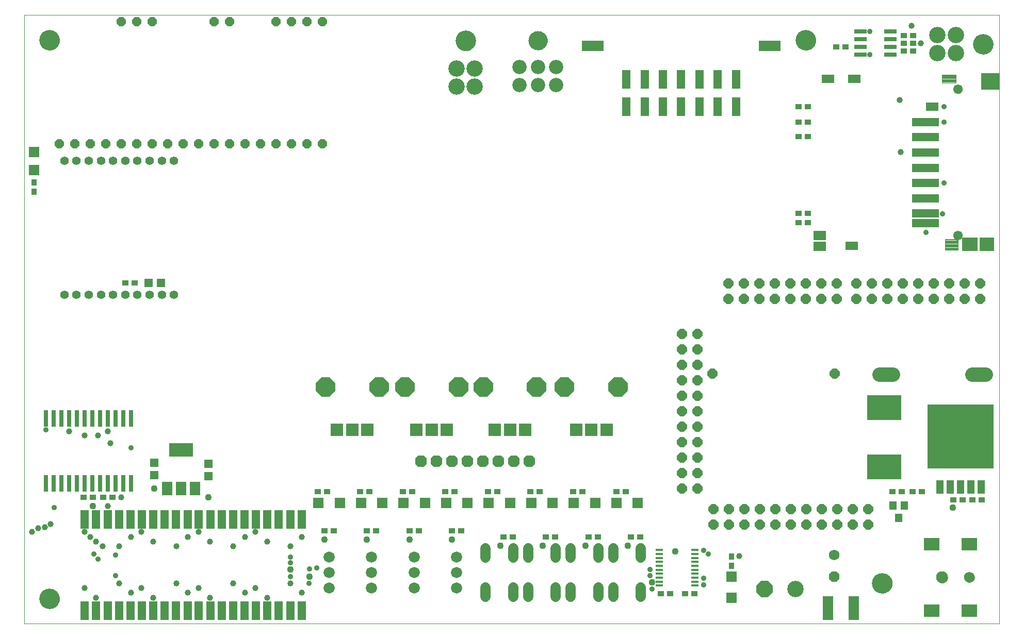
<source format=gts>
G75*
G70*
%OFA0B0*%
%FSLAX24Y24*%
%IPPOS*%
%LPD*%
%AMOC8*
5,1,8,0,0,1.08239X$1,22.5*
%
%ADD10C,0.0000*%
%ADD11OC8,0.0651*%
%ADD12R,0.0926X0.0887*%
%ADD13R,0.1005X0.0887*%
%ADD14R,0.1202X0.1084*%
%ADD15R,0.0808X0.0572*%
%ADD16R,0.0828X0.0611*%
%ADD17R,0.1753X0.0532*%
%ADD18R,0.0847X0.0532*%
%ADD19C,0.0611*%
%ADD20C,0.0040*%
%ADD21R,0.0414X0.0375*%
%ADD22R,0.0651X0.0651*%
%ADD23R,0.0840X0.0270*%
%ADD24C,0.1060*%
%ADD25C,0.1320*%
%ADD26R,0.0375X0.0414*%
%ADD27R,0.1005X0.0847*%
%ADD28C,0.0690*%
%ADD29C,0.0769*%
%ADD30C,0.0660*%
%ADD31C,0.0720*%
%ADD32R,0.4312X0.4158*%
%ADD33R,0.0480X0.0910*%
%ADD34R,0.2186X0.1635*%
%ADD35OC8,0.0690*%
%ADD36C,0.0690*%
%ADD37C,0.0945*%
%ADD38OC8,0.1060*%
%ADD39R,0.0651X0.1517*%
%ADD40R,0.0532X0.1241*%
%ADD41R,0.0310X0.1060*%
%ADD42R,0.0650X0.0850*%
%ADD43R,0.1560X0.0850*%
%ADD44R,0.0572X0.0532*%
%ADD45OC8,0.0760*%
%ADD46OC8,0.0591*%
%ADD47C,0.0560*%
%ADD48R,0.0532X0.0572*%
%ADD49R,0.0800X0.0800*%
%ADD50OC8,0.1241*%
%ADD51R,0.0450X0.0180*%
%ADD52R,0.0454X0.0560*%
%ADD53R,0.0560X0.1210*%
%ADD54R,0.1410X0.0710*%
%ADD55C,0.0920*%
%ADD56C,0.1241*%
%ADD57C,0.0397*%
%ADD58C,0.0436*%
%ADD59C,0.0350*%
D10*
X000750Y000400D02*
X000750Y039770D01*
X063742Y039770D01*
X063742Y000400D01*
X000750Y000400D01*
X001745Y002025D02*
X001747Y002075D01*
X001753Y002125D01*
X001763Y002174D01*
X001777Y002222D01*
X001794Y002269D01*
X001815Y002314D01*
X001840Y002358D01*
X001868Y002399D01*
X001900Y002438D01*
X001934Y002475D01*
X001971Y002509D01*
X002011Y002539D01*
X002053Y002566D01*
X002097Y002590D01*
X002143Y002611D01*
X002190Y002627D01*
X002238Y002640D01*
X002288Y002649D01*
X002337Y002654D01*
X002388Y002655D01*
X002438Y002652D01*
X002487Y002645D01*
X002536Y002634D01*
X002584Y002619D01*
X002630Y002601D01*
X002675Y002579D01*
X002718Y002553D01*
X002759Y002524D01*
X002798Y002492D01*
X002834Y002457D01*
X002866Y002419D01*
X002896Y002379D01*
X002923Y002336D01*
X002946Y002292D01*
X002965Y002246D01*
X002981Y002198D01*
X002993Y002149D01*
X003001Y002100D01*
X003005Y002050D01*
X003005Y002000D01*
X003001Y001950D01*
X002993Y001901D01*
X002981Y001852D01*
X002965Y001804D01*
X002946Y001758D01*
X002923Y001714D01*
X002896Y001671D01*
X002866Y001631D01*
X002834Y001593D01*
X002798Y001558D01*
X002759Y001526D01*
X002718Y001497D01*
X002675Y001471D01*
X002630Y001449D01*
X002584Y001431D01*
X002536Y001416D01*
X002487Y001405D01*
X002438Y001398D01*
X002388Y001395D01*
X002337Y001396D01*
X002288Y001401D01*
X002238Y001410D01*
X002190Y001423D01*
X002143Y001439D01*
X002097Y001460D01*
X002053Y001484D01*
X002011Y001511D01*
X001971Y001541D01*
X001934Y001575D01*
X001900Y001612D01*
X001868Y001651D01*
X001840Y001692D01*
X001815Y001736D01*
X001794Y001781D01*
X001777Y001828D01*
X001763Y001876D01*
X001753Y001925D01*
X001747Y001975D01*
X001745Y002025D01*
X055558Y003025D02*
X055560Y003075D01*
X055566Y003125D01*
X055576Y003174D01*
X055590Y003222D01*
X055607Y003269D01*
X055628Y003314D01*
X055653Y003358D01*
X055681Y003399D01*
X055713Y003438D01*
X055747Y003475D01*
X055784Y003509D01*
X055824Y003539D01*
X055866Y003566D01*
X055910Y003590D01*
X055956Y003611D01*
X056003Y003627D01*
X056051Y003640D01*
X056101Y003649D01*
X056150Y003654D01*
X056201Y003655D01*
X056251Y003652D01*
X056300Y003645D01*
X056349Y003634D01*
X056397Y003619D01*
X056443Y003601D01*
X056488Y003579D01*
X056531Y003553D01*
X056572Y003524D01*
X056611Y003492D01*
X056647Y003457D01*
X056679Y003419D01*
X056709Y003379D01*
X056736Y003336D01*
X056759Y003292D01*
X056778Y003246D01*
X056794Y003198D01*
X056806Y003149D01*
X056814Y003100D01*
X056818Y003050D01*
X056818Y003000D01*
X056814Y002950D01*
X056806Y002901D01*
X056794Y002852D01*
X056778Y002804D01*
X056759Y002758D01*
X056736Y002714D01*
X056709Y002671D01*
X056679Y002631D01*
X056647Y002593D01*
X056611Y002558D01*
X056572Y002526D01*
X056531Y002497D01*
X056488Y002471D01*
X056443Y002449D01*
X056397Y002431D01*
X056349Y002416D01*
X056300Y002405D01*
X056251Y002398D01*
X056201Y002395D01*
X056150Y002396D01*
X056101Y002401D01*
X056051Y002410D01*
X056003Y002423D01*
X055956Y002439D01*
X055910Y002460D01*
X055866Y002484D01*
X055824Y002511D01*
X055784Y002541D01*
X055747Y002575D01*
X055713Y002612D01*
X055681Y002651D01*
X055653Y002692D01*
X055628Y002736D01*
X055607Y002781D01*
X055590Y002828D01*
X055576Y002876D01*
X055566Y002925D01*
X055560Y002975D01*
X055558Y003025D01*
X059687Y003400D02*
X059689Y003437D01*
X059695Y003474D01*
X059704Y003509D01*
X059718Y003544D01*
X059734Y003577D01*
X059755Y003608D01*
X059778Y003637D01*
X059804Y003663D01*
X059833Y003686D01*
X059864Y003707D01*
X059897Y003723D01*
X059932Y003737D01*
X059967Y003746D01*
X060004Y003752D01*
X060041Y003754D01*
X060078Y003752D01*
X060115Y003746D01*
X060150Y003737D01*
X060185Y003723D01*
X060218Y003707D01*
X060249Y003686D01*
X060278Y003663D01*
X060304Y003637D01*
X060327Y003608D01*
X060348Y003577D01*
X060364Y003544D01*
X060378Y003509D01*
X060387Y003474D01*
X060393Y003437D01*
X060395Y003400D01*
X060393Y003363D01*
X060387Y003326D01*
X060378Y003291D01*
X060364Y003256D01*
X060348Y003223D01*
X060327Y003192D01*
X060304Y003163D01*
X060278Y003137D01*
X060249Y003114D01*
X060218Y003093D01*
X060185Y003077D01*
X060150Y003063D01*
X060115Y003054D01*
X060078Y003048D01*
X060041Y003046D01*
X060004Y003048D01*
X059967Y003054D01*
X059932Y003063D01*
X059897Y003077D01*
X059864Y003093D01*
X059833Y003114D01*
X059804Y003137D01*
X059778Y003163D01*
X059755Y003192D01*
X059734Y003223D01*
X059718Y003256D01*
X059704Y003291D01*
X059695Y003326D01*
X059689Y003363D01*
X059687Y003400D01*
X061498Y003400D02*
X061500Y003435D01*
X061506Y003470D01*
X061516Y003504D01*
X061529Y003537D01*
X061546Y003568D01*
X061567Y003596D01*
X061590Y003623D01*
X061617Y003646D01*
X061645Y003667D01*
X061676Y003684D01*
X061709Y003697D01*
X061743Y003707D01*
X061778Y003713D01*
X061813Y003715D01*
X061848Y003713D01*
X061883Y003707D01*
X061917Y003697D01*
X061950Y003684D01*
X061981Y003667D01*
X062009Y003646D01*
X062036Y003623D01*
X062059Y003596D01*
X062080Y003568D01*
X062097Y003537D01*
X062110Y003504D01*
X062120Y003470D01*
X062126Y003435D01*
X062128Y003400D01*
X062126Y003365D01*
X062120Y003330D01*
X062110Y003296D01*
X062097Y003263D01*
X062080Y003232D01*
X062059Y003204D01*
X062036Y003177D01*
X062009Y003154D01*
X061981Y003133D01*
X061950Y003116D01*
X061917Y003103D01*
X061883Y003093D01*
X061848Y003087D01*
X061813Y003085D01*
X061778Y003087D01*
X061743Y003093D01*
X061709Y003103D01*
X061676Y003116D01*
X061645Y003133D01*
X061617Y003154D01*
X061590Y003177D01*
X061567Y003204D01*
X061546Y003232D01*
X061529Y003263D01*
X061516Y003296D01*
X061506Y003330D01*
X061500Y003365D01*
X061498Y003400D01*
X060787Y025527D02*
X060789Y025560D01*
X060795Y025592D01*
X060804Y025623D01*
X060817Y025653D01*
X060834Y025681D01*
X060854Y025707D01*
X060877Y025731D01*
X060902Y025751D01*
X060930Y025769D01*
X060959Y025783D01*
X060990Y025793D01*
X061022Y025800D01*
X061055Y025803D01*
X061088Y025802D01*
X061120Y025797D01*
X061151Y025788D01*
X061182Y025776D01*
X061210Y025760D01*
X061237Y025741D01*
X061261Y025719D01*
X061282Y025694D01*
X061301Y025667D01*
X061316Y025638D01*
X061327Y025608D01*
X061335Y025576D01*
X061339Y025543D01*
X061339Y025511D01*
X061335Y025478D01*
X061327Y025446D01*
X061316Y025416D01*
X061301Y025387D01*
X061282Y025360D01*
X061261Y025335D01*
X061237Y025313D01*
X061210Y025294D01*
X061182Y025278D01*
X061151Y025266D01*
X061120Y025257D01*
X061088Y025252D01*
X061055Y025251D01*
X061022Y025254D01*
X060990Y025261D01*
X060959Y025271D01*
X060930Y025285D01*
X060902Y025303D01*
X060877Y025323D01*
X060854Y025347D01*
X060834Y025373D01*
X060817Y025401D01*
X060804Y025431D01*
X060795Y025462D01*
X060789Y025494D01*
X060787Y025527D01*
X060787Y034976D02*
X060789Y035009D01*
X060795Y035041D01*
X060804Y035072D01*
X060817Y035102D01*
X060834Y035130D01*
X060854Y035156D01*
X060877Y035180D01*
X060902Y035200D01*
X060930Y035218D01*
X060959Y035232D01*
X060990Y035242D01*
X061022Y035249D01*
X061055Y035252D01*
X061088Y035251D01*
X061120Y035246D01*
X061151Y035237D01*
X061182Y035225D01*
X061210Y035209D01*
X061237Y035190D01*
X061261Y035168D01*
X061282Y035143D01*
X061301Y035116D01*
X061316Y035087D01*
X061327Y035057D01*
X061335Y035025D01*
X061339Y034992D01*
X061339Y034960D01*
X061335Y034927D01*
X061327Y034895D01*
X061316Y034865D01*
X061301Y034836D01*
X061282Y034809D01*
X061261Y034784D01*
X061237Y034762D01*
X061210Y034743D01*
X061182Y034727D01*
X061151Y034715D01*
X061120Y034706D01*
X061088Y034701D01*
X061055Y034700D01*
X061022Y034703D01*
X060990Y034710D01*
X060959Y034720D01*
X060930Y034734D01*
X060902Y034752D01*
X060877Y034772D01*
X060854Y034796D01*
X060834Y034822D01*
X060817Y034850D01*
X060804Y034880D01*
X060795Y034911D01*
X060789Y034943D01*
X060787Y034976D01*
X062073Y037891D02*
X062075Y037941D01*
X062081Y037991D01*
X062091Y038040D01*
X062105Y038088D01*
X062122Y038135D01*
X062143Y038180D01*
X062168Y038224D01*
X062196Y038265D01*
X062228Y038304D01*
X062262Y038341D01*
X062299Y038375D01*
X062339Y038405D01*
X062381Y038432D01*
X062425Y038456D01*
X062471Y038477D01*
X062518Y038493D01*
X062566Y038506D01*
X062616Y038515D01*
X062665Y038520D01*
X062716Y038521D01*
X062766Y038518D01*
X062815Y038511D01*
X062864Y038500D01*
X062912Y038485D01*
X062958Y038467D01*
X063003Y038445D01*
X063046Y038419D01*
X063087Y038390D01*
X063126Y038358D01*
X063162Y038323D01*
X063194Y038285D01*
X063224Y038245D01*
X063251Y038202D01*
X063274Y038158D01*
X063293Y038112D01*
X063309Y038064D01*
X063321Y038015D01*
X063329Y037966D01*
X063333Y037916D01*
X063333Y037866D01*
X063329Y037816D01*
X063321Y037767D01*
X063309Y037718D01*
X063293Y037670D01*
X063274Y037624D01*
X063251Y037580D01*
X063224Y037537D01*
X063194Y037497D01*
X063162Y037459D01*
X063126Y037424D01*
X063087Y037392D01*
X063046Y037363D01*
X063003Y037337D01*
X062958Y037315D01*
X062912Y037297D01*
X062864Y037282D01*
X062815Y037271D01*
X062766Y037264D01*
X062716Y037261D01*
X062665Y037262D01*
X062616Y037267D01*
X062566Y037276D01*
X062518Y037289D01*
X062471Y037305D01*
X062425Y037326D01*
X062381Y037350D01*
X062339Y037377D01*
X062299Y037407D01*
X062262Y037441D01*
X062228Y037478D01*
X062196Y037517D01*
X062168Y037558D01*
X062143Y037602D01*
X062122Y037647D01*
X062105Y037694D01*
X062091Y037742D01*
X062081Y037791D01*
X062075Y037841D01*
X062073Y037891D01*
X050620Y038150D02*
X050622Y038200D01*
X050628Y038250D01*
X050638Y038299D01*
X050652Y038347D01*
X050669Y038394D01*
X050690Y038439D01*
X050715Y038483D01*
X050743Y038524D01*
X050775Y038563D01*
X050809Y038600D01*
X050846Y038634D01*
X050886Y038664D01*
X050928Y038691D01*
X050972Y038715D01*
X051018Y038736D01*
X051065Y038752D01*
X051113Y038765D01*
X051163Y038774D01*
X051212Y038779D01*
X051263Y038780D01*
X051313Y038777D01*
X051362Y038770D01*
X051411Y038759D01*
X051459Y038744D01*
X051505Y038726D01*
X051550Y038704D01*
X051593Y038678D01*
X051634Y038649D01*
X051673Y038617D01*
X051709Y038582D01*
X051741Y038544D01*
X051771Y038504D01*
X051798Y038461D01*
X051821Y038417D01*
X051840Y038371D01*
X051856Y038323D01*
X051868Y038274D01*
X051876Y038225D01*
X051880Y038175D01*
X051880Y038125D01*
X051876Y038075D01*
X051868Y038026D01*
X051856Y037977D01*
X051840Y037929D01*
X051821Y037883D01*
X051798Y037839D01*
X051771Y037796D01*
X051741Y037756D01*
X051709Y037718D01*
X051673Y037683D01*
X051634Y037651D01*
X051593Y037622D01*
X051550Y037596D01*
X051505Y037574D01*
X051459Y037556D01*
X051411Y037541D01*
X051362Y037530D01*
X051313Y037523D01*
X051263Y037520D01*
X051212Y037521D01*
X051163Y037526D01*
X051113Y037535D01*
X051065Y037548D01*
X051018Y037564D01*
X050972Y037585D01*
X050928Y037609D01*
X050886Y037636D01*
X050846Y037666D01*
X050809Y037700D01*
X050775Y037737D01*
X050743Y037776D01*
X050715Y037817D01*
X050690Y037861D01*
X050669Y037906D01*
X050652Y037953D01*
X050638Y038001D01*
X050628Y038050D01*
X050622Y038100D01*
X050620Y038150D01*
X033347Y038121D02*
X033349Y038169D01*
X033355Y038217D01*
X033365Y038264D01*
X033378Y038310D01*
X033396Y038355D01*
X033416Y038399D01*
X033441Y038441D01*
X033469Y038480D01*
X033499Y038517D01*
X033533Y038551D01*
X033570Y038583D01*
X033608Y038612D01*
X033649Y038637D01*
X033692Y038659D01*
X033737Y038677D01*
X033783Y038691D01*
X033830Y038702D01*
X033878Y038709D01*
X033926Y038712D01*
X033974Y038711D01*
X034022Y038706D01*
X034070Y038697D01*
X034116Y038685D01*
X034161Y038668D01*
X034205Y038648D01*
X034247Y038625D01*
X034287Y038598D01*
X034325Y038568D01*
X034360Y038535D01*
X034392Y038499D01*
X034422Y038461D01*
X034448Y038420D01*
X034470Y038377D01*
X034490Y038333D01*
X034505Y038288D01*
X034517Y038241D01*
X034525Y038193D01*
X034529Y038145D01*
X034529Y038097D01*
X034525Y038049D01*
X034517Y038001D01*
X034505Y037954D01*
X034490Y037909D01*
X034470Y037865D01*
X034448Y037822D01*
X034422Y037781D01*
X034392Y037743D01*
X034360Y037707D01*
X034325Y037674D01*
X034287Y037644D01*
X034247Y037617D01*
X034205Y037594D01*
X034161Y037574D01*
X034116Y037557D01*
X034070Y037545D01*
X034022Y037536D01*
X033974Y037531D01*
X033926Y037530D01*
X033878Y037533D01*
X033830Y037540D01*
X033783Y037551D01*
X033737Y037565D01*
X033692Y037583D01*
X033649Y037605D01*
X033608Y037630D01*
X033570Y037659D01*
X033533Y037691D01*
X033499Y037725D01*
X033469Y037762D01*
X033441Y037801D01*
X033416Y037843D01*
X033396Y037887D01*
X033378Y037932D01*
X033365Y037978D01*
X033355Y038025D01*
X033349Y038073D01*
X033347Y038121D01*
X028629Y038103D02*
X028631Y038153D01*
X028637Y038203D01*
X028647Y038252D01*
X028661Y038300D01*
X028678Y038347D01*
X028699Y038392D01*
X028724Y038436D01*
X028752Y038477D01*
X028784Y038516D01*
X028818Y038553D01*
X028855Y038587D01*
X028895Y038617D01*
X028937Y038644D01*
X028981Y038668D01*
X029027Y038689D01*
X029074Y038705D01*
X029122Y038718D01*
X029172Y038727D01*
X029221Y038732D01*
X029272Y038733D01*
X029322Y038730D01*
X029371Y038723D01*
X029420Y038712D01*
X029468Y038697D01*
X029514Y038679D01*
X029559Y038657D01*
X029602Y038631D01*
X029643Y038602D01*
X029682Y038570D01*
X029718Y038535D01*
X029750Y038497D01*
X029780Y038457D01*
X029807Y038414D01*
X029830Y038370D01*
X029849Y038324D01*
X029865Y038276D01*
X029877Y038227D01*
X029885Y038178D01*
X029889Y038128D01*
X029889Y038078D01*
X029885Y038028D01*
X029877Y037979D01*
X029865Y037930D01*
X029849Y037882D01*
X029830Y037836D01*
X029807Y037792D01*
X029780Y037749D01*
X029750Y037709D01*
X029718Y037671D01*
X029682Y037636D01*
X029643Y037604D01*
X029602Y037575D01*
X029559Y037549D01*
X029514Y037527D01*
X029468Y037509D01*
X029420Y037494D01*
X029371Y037483D01*
X029322Y037476D01*
X029272Y037473D01*
X029221Y037474D01*
X029172Y037479D01*
X029122Y037488D01*
X029074Y037501D01*
X029027Y037517D01*
X028981Y037538D01*
X028937Y037562D01*
X028895Y037589D01*
X028855Y037619D01*
X028818Y037653D01*
X028784Y037690D01*
X028752Y037729D01*
X028724Y037770D01*
X028699Y037814D01*
X028678Y037859D01*
X028661Y037906D01*
X028647Y037954D01*
X028637Y038003D01*
X028631Y038053D01*
X028629Y038103D01*
X001745Y038150D02*
X001747Y038200D01*
X001753Y038250D01*
X001763Y038299D01*
X001777Y038347D01*
X001794Y038394D01*
X001815Y038439D01*
X001840Y038483D01*
X001868Y038524D01*
X001900Y038563D01*
X001934Y038600D01*
X001971Y038634D01*
X002011Y038664D01*
X002053Y038691D01*
X002097Y038715D01*
X002143Y038736D01*
X002190Y038752D01*
X002238Y038765D01*
X002288Y038774D01*
X002337Y038779D01*
X002388Y038780D01*
X002438Y038777D01*
X002487Y038770D01*
X002536Y038759D01*
X002584Y038744D01*
X002630Y038726D01*
X002675Y038704D01*
X002718Y038678D01*
X002759Y038649D01*
X002798Y038617D01*
X002834Y038582D01*
X002866Y038544D01*
X002896Y038504D01*
X002923Y038461D01*
X002946Y038417D01*
X002965Y038371D01*
X002981Y038323D01*
X002993Y038274D01*
X003001Y038225D01*
X003005Y038175D01*
X003005Y038125D01*
X003001Y038075D01*
X002993Y038026D01*
X002981Y037977D01*
X002965Y037929D01*
X002946Y037883D01*
X002923Y037839D01*
X002896Y037796D01*
X002866Y037756D01*
X002834Y037718D01*
X002798Y037683D01*
X002759Y037651D01*
X002718Y037622D01*
X002675Y037596D01*
X002630Y037574D01*
X002584Y037556D01*
X002536Y037541D01*
X002487Y037530D01*
X002438Y037523D01*
X002388Y037520D01*
X002337Y037521D01*
X002288Y037526D01*
X002238Y037535D01*
X002190Y037548D01*
X002143Y037564D01*
X002097Y037585D01*
X002053Y037609D01*
X002011Y037636D01*
X001971Y037666D01*
X001934Y037700D01*
X001900Y037737D01*
X001868Y037776D01*
X001840Y037817D01*
X001815Y037861D01*
X001794Y037906D01*
X001777Y037953D01*
X001763Y038001D01*
X001753Y038050D01*
X001747Y038100D01*
X001745Y038150D01*
D11*
X043250Y019150D03*
X043250Y018150D03*
X044250Y018150D03*
X044250Y019150D03*
X044250Y017150D03*
X045223Y016575D03*
X044250Y016150D03*
X044250Y015150D03*
X043250Y015150D03*
X043250Y016150D03*
X043250Y017150D03*
X043250Y014150D03*
X043250Y013150D03*
X044250Y013150D03*
X044250Y014150D03*
X044250Y012150D03*
X044250Y011150D03*
X043250Y011150D03*
X043250Y012150D03*
X043250Y010150D03*
X043250Y009150D03*
X044250Y009150D03*
X044250Y010150D03*
X045288Y007813D03*
X046288Y007813D03*
X047288Y007813D03*
X048288Y007813D03*
X049288Y007813D03*
X050288Y007813D03*
X051288Y007813D03*
X052288Y007813D03*
X053288Y007813D03*
X054288Y007813D03*
X055288Y007813D03*
X055288Y006813D03*
X054288Y006813D03*
X053288Y006813D03*
X052288Y006813D03*
X051288Y006813D03*
X050288Y006813D03*
X049288Y006813D03*
X048288Y006813D03*
X047288Y006813D03*
X046288Y006813D03*
X045288Y006813D03*
X053097Y016575D03*
X053244Y021427D03*
X052244Y021427D03*
X052244Y022427D03*
X053244Y022427D03*
X054500Y022425D03*
X055500Y022425D03*
X055500Y021425D03*
X054500Y021425D03*
X056500Y021425D03*
X057500Y021425D03*
X057500Y022425D03*
X056500Y022425D03*
X058500Y022425D03*
X059500Y022425D03*
X059500Y021425D03*
X058500Y021425D03*
X060500Y021425D03*
X061500Y021425D03*
X061500Y022425D03*
X060500Y022425D03*
X062500Y022425D03*
X062500Y021425D03*
X051244Y021427D03*
X050244Y021427D03*
X050244Y022427D03*
X051244Y022427D03*
X049244Y022427D03*
X048244Y022427D03*
X047244Y022427D03*
X046244Y022427D03*
X046244Y021427D03*
X047244Y021427D03*
X048244Y021427D03*
X049244Y021427D03*
D12*
X062933Y024937D03*
D13*
X061850Y024937D03*
D14*
X063169Y035488D03*
D15*
X054389Y035646D03*
X052677Y035646D03*
X054212Y024858D03*
D16*
X052125Y024819D03*
X052125Y025527D03*
D17*
X058966Y026305D03*
X058966Y026945D03*
X058966Y027929D03*
X058966Y028913D03*
X058966Y029898D03*
X058966Y030882D03*
X058966Y031866D03*
X058966Y032850D03*
D18*
X059419Y033835D03*
D19*
X061063Y034976D03*
X061063Y025527D03*
D20*
X060937Y025233D02*
X060236Y025233D01*
X060236Y025271D02*
X060865Y025271D01*
X060846Y025281D02*
X060994Y025203D01*
X061063Y025203D01*
X061063Y024592D01*
X060236Y024592D01*
X060236Y025281D01*
X060846Y025281D01*
X061063Y025194D02*
X060236Y025194D01*
X060236Y025156D02*
X061063Y025156D01*
X061063Y025117D02*
X060236Y025117D01*
X060236Y025079D02*
X061063Y025079D01*
X061063Y025040D02*
X060236Y025040D01*
X060236Y025002D02*
X061063Y025002D01*
X061063Y024963D02*
X060236Y024963D01*
X060236Y024925D02*
X061063Y024925D01*
X061063Y024886D02*
X060236Y024886D01*
X060236Y024848D02*
X061063Y024848D01*
X061063Y024809D02*
X060236Y024809D01*
X060236Y024771D02*
X061063Y024771D01*
X061063Y024732D02*
X060236Y024732D01*
X060236Y024694D02*
X061063Y024694D01*
X061063Y024655D02*
X060236Y024655D01*
X060236Y024617D02*
X061063Y024617D01*
X060944Y035390D02*
X060039Y035390D01*
X060039Y035901D01*
X060944Y035901D01*
X060944Y035390D01*
X060944Y035397D02*
X060039Y035397D01*
X060039Y035435D02*
X060944Y035435D01*
X060944Y035474D02*
X060039Y035474D01*
X060039Y035512D02*
X060944Y035512D01*
X060944Y035551D02*
X060039Y035551D01*
X060039Y035589D02*
X060944Y035589D01*
X060944Y035628D02*
X060039Y035628D01*
X060039Y035666D02*
X060944Y035666D01*
X060944Y035705D02*
X060039Y035705D01*
X060039Y035743D02*
X060944Y035743D01*
X060944Y035782D02*
X060039Y035782D01*
X060039Y035820D02*
X060944Y035820D01*
X060944Y035859D02*
X060039Y035859D01*
X060039Y035897D02*
X060944Y035897D01*
D21*
X058175Y037463D03*
X058175Y037963D03*
X057575Y037963D03*
X057575Y037463D03*
X057575Y038463D03*
X058175Y038463D03*
X053800Y037713D03*
X053200Y037713D03*
X051363Y033838D03*
X050763Y033838D03*
X050763Y032838D03*
X051363Y032838D03*
X051363Y031900D03*
X050763Y031900D03*
X050763Y026963D03*
X051363Y026963D03*
X051363Y026338D03*
X050763Y026338D03*
X056825Y008963D03*
X057425Y008963D03*
X058138Y008963D03*
X058738Y008963D03*
X060763Y008400D03*
X061363Y008400D03*
X062013Y008400D03*
X062613Y008400D03*
X044050Y002338D03*
X043450Y002338D03*
X042488Y002338D03*
X041888Y002338D03*
X040550Y006025D03*
X039950Y006025D03*
X037800Y006025D03*
X037200Y006025D03*
X035050Y006025D03*
X034450Y006025D03*
X032300Y006025D03*
X031700Y006025D03*
X028988Y006400D03*
X028388Y006400D03*
X026238Y006400D03*
X025638Y006400D03*
X023488Y006400D03*
X022888Y006400D03*
X020738Y006400D03*
X020138Y006400D03*
X020300Y008963D03*
X019700Y008963D03*
X022450Y008963D03*
X023050Y008963D03*
X025200Y008963D03*
X025800Y008963D03*
X027950Y008963D03*
X028550Y008963D03*
X030700Y008963D03*
X031300Y008963D03*
X033450Y008963D03*
X034050Y008963D03*
X036200Y008963D03*
X036800Y008963D03*
X039013Y008963D03*
X039613Y008963D03*
X007863Y022463D03*
X007263Y022463D03*
X006425Y008588D03*
X005825Y008588D03*
X005175Y008588D03*
X004575Y008588D03*
D22*
X019749Y008213D03*
X021126Y008213D03*
X022499Y008213D03*
X023876Y008213D03*
X025249Y008213D03*
X026626Y008213D03*
X027999Y008213D03*
X029376Y008213D03*
X030749Y008213D03*
X032126Y008213D03*
X033499Y008213D03*
X034876Y008213D03*
X036249Y008213D03*
X037626Y008213D03*
X038999Y008213D03*
X040376Y008213D03*
X046438Y003464D03*
X046438Y002086D03*
X001375Y029749D03*
X001375Y030926D03*
D23*
X054780Y037213D03*
X054780Y037713D03*
X054780Y038213D03*
X054780Y038713D03*
X056720Y038713D03*
X056720Y038213D03*
X056720Y037713D03*
X056720Y037213D03*
D24*
X059750Y037300D03*
X060931Y037300D03*
X060931Y038481D03*
X059750Y038481D03*
X029850Y036331D03*
X028669Y036331D03*
X028669Y035150D03*
X029850Y035150D03*
X050563Y002650D03*
D25*
X056188Y003025D03*
X002375Y002025D03*
X002375Y038150D03*
X029259Y038103D03*
X051250Y038150D03*
X062703Y037891D03*
D26*
X046438Y004763D03*
X046438Y004163D03*
X001375Y028350D03*
X001375Y028950D03*
D27*
X059372Y005565D03*
X061813Y005565D03*
X061813Y001235D03*
X059372Y001235D03*
D28*
X061813Y003400D03*
D29*
X060041Y003400D03*
D30*
X040578Y002733D02*
X040578Y002133D01*
X038798Y002133D02*
X038798Y002733D01*
X037828Y002733D02*
X037828Y002133D01*
X036048Y002133D02*
X036048Y002733D01*
X035078Y002733D02*
X035078Y002133D01*
X033298Y002133D02*
X033298Y002733D01*
X032328Y002733D02*
X032328Y002133D01*
X030548Y002133D02*
X030548Y002733D01*
X030548Y004693D02*
X030548Y005293D01*
X032328Y005293D02*
X032328Y004693D01*
X033298Y004693D02*
X033298Y005293D01*
X035078Y005293D02*
X035078Y004693D01*
X036048Y004693D02*
X036048Y005293D01*
X037828Y005293D02*
X037828Y004693D01*
X038798Y004693D02*
X038798Y005293D01*
X040578Y005293D02*
X040578Y004693D01*
D31*
X028688Y004713D03*
X028688Y003713D03*
X028688Y002713D03*
X025938Y002713D03*
X025938Y003713D03*
X025938Y004713D03*
X023188Y004713D03*
X023188Y003713D03*
X023188Y002713D03*
X020438Y002713D03*
X020438Y003713D03*
X020438Y004713D03*
D32*
X061250Y012525D03*
D33*
X061250Y009245D03*
X060580Y009245D03*
X059910Y009245D03*
X061920Y009245D03*
X062590Y009245D03*
D34*
X056313Y010533D03*
X056313Y014392D03*
D35*
X053063Y003450D03*
D36*
X053063Y004850D03*
D37*
X055995Y016525D02*
X056880Y016525D01*
X061995Y016525D02*
X062880Y016525D01*
D38*
X048563Y002650D03*
D39*
X052673Y001400D03*
X054327Y001400D03*
D40*
X018668Y001260D03*
X017928Y001260D03*
X017188Y001260D03*
X016447Y001260D03*
X015707Y001260D03*
X014980Y001260D03*
X014240Y001260D03*
X013500Y001260D03*
X012760Y001260D03*
X012020Y001260D03*
X011293Y001260D03*
X010553Y001260D03*
X009813Y001260D03*
X009072Y001260D03*
X008332Y001260D03*
X007605Y001260D03*
X006865Y001260D03*
X006125Y001260D03*
X005385Y001260D03*
X004645Y001260D03*
X004645Y007165D03*
X005385Y007165D03*
X006125Y007165D03*
X006865Y007165D03*
X007605Y007165D03*
X008332Y007165D03*
X009072Y007165D03*
X009813Y007165D03*
X010553Y007165D03*
X011293Y007165D03*
X012020Y007165D03*
X012760Y007165D03*
X013500Y007165D03*
X014240Y007165D03*
X014980Y007165D03*
X015707Y007165D03*
X016447Y007165D03*
X017188Y007165D03*
X017928Y007165D03*
X018668Y007165D03*
D41*
X007625Y009491D03*
X007125Y009491D03*
X006625Y009491D03*
X006125Y009491D03*
X005625Y009491D03*
X005125Y009491D03*
X004625Y009491D03*
X004125Y009491D03*
X003625Y009491D03*
X003125Y009491D03*
X002625Y009491D03*
X002125Y009491D03*
X002125Y013684D03*
X002625Y013684D03*
X003125Y013684D03*
X003625Y013684D03*
X004125Y013684D03*
X004625Y013684D03*
X005125Y013684D03*
X005625Y013684D03*
X006125Y013684D03*
X006625Y013684D03*
X007125Y013684D03*
X007625Y013684D03*
D42*
X009985Y009160D03*
X010885Y009160D03*
X011785Y009160D03*
D43*
X010875Y011640D03*
D44*
X012625Y010738D03*
X012625Y009938D03*
X009125Y010000D03*
X009125Y010800D03*
D45*
X026375Y010900D03*
X027375Y010900D03*
X028375Y010900D03*
X029375Y010900D03*
X030375Y010900D03*
X031375Y010900D03*
X032375Y010900D03*
X033375Y010900D03*
D46*
X020000Y031463D03*
X019000Y031463D03*
X018000Y031463D03*
X017000Y031463D03*
X016000Y031463D03*
X015000Y031463D03*
X014000Y031463D03*
X013000Y031463D03*
X012000Y031463D03*
X011000Y031463D03*
X010000Y031463D03*
X009000Y031463D03*
X008000Y031463D03*
X007000Y031463D03*
X006000Y031463D03*
X005000Y031463D03*
X004000Y031463D03*
X003000Y031463D03*
X007000Y039338D03*
X008000Y039338D03*
X009000Y039338D03*
X013000Y039338D03*
X014000Y039338D03*
X017000Y039338D03*
X018000Y039338D03*
X019000Y039338D03*
X020000Y039338D03*
D47*
X010418Y030356D03*
X009631Y030356D03*
X008844Y030356D03*
X008056Y030356D03*
X007269Y030356D03*
X006481Y030356D03*
X005694Y030356D03*
X004906Y030356D03*
X004119Y030356D03*
X003332Y030356D03*
X003332Y021694D03*
X004119Y021694D03*
X004906Y021694D03*
X005694Y021694D03*
X006481Y021694D03*
X007269Y021694D03*
X008056Y021694D03*
X008844Y021694D03*
X009631Y021694D03*
X010418Y021694D03*
D48*
X009588Y022463D03*
X008788Y022463D03*
D49*
X020953Y012957D03*
X021938Y012957D03*
X022922Y012957D03*
X026078Y012957D03*
X027063Y012957D03*
X028047Y012957D03*
X031141Y012957D03*
X032125Y012957D03*
X033109Y012957D03*
X036391Y012957D03*
X037375Y012957D03*
X038359Y012957D03*
D50*
X039107Y015713D03*
X035643Y015713D03*
X033857Y015713D03*
X030393Y015713D03*
X028795Y015713D03*
X025330Y015713D03*
X023670Y015713D03*
X020205Y015713D03*
D51*
X041789Y005177D03*
X041789Y004921D03*
X041789Y004665D03*
X041789Y004409D03*
X041789Y004153D03*
X041789Y003897D03*
X041789Y003641D03*
X041789Y003385D03*
X041789Y003129D03*
X041789Y002873D03*
X044086Y002873D03*
X044086Y003129D03*
X044086Y003385D03*
X044086Y003641D03*
X044086Y003897D03*
X044086Y004153D03*
X044086Y004409D03*
X044086Y004665D03*
X044086Y004921D03*
X044086Y005177D03*
D52*
X056876Y008044D03*
X057624Y008044D03*
X057250Y007256D03*
D53*
X046731Y033853D03*
X045550Y033853D03*
X044369Y033853D03*
X043188Y033853D03*
X042006Y033853D03*
X040825Y033853D03*
X039644Y033853D03*
X039644Y035625D03*
X040825Y035625D03*
X042006Y035625D03*
X043188Y035625D03*
X044369Y035625D03*
X045550Y035625D03*
X046731Y035625D03*
D54*
X048896Y037790D03*
X037479Y037790D03*
D55*
X035119Y036428D03*
X033938Y036428D03*
X032756Y036428D03*
X032756Y035247D03*
X033938Y035247D03*
X035119Y035247D03*
D56*
X033938Y038121D03*
D57*
X057313Y034275D03*
X057375Y030900D03*
X058688Y037963D03*
X058063Y039088D03*
X007000Y008588D03*
X006125Y008025D03*
X004625Y006338D03*
X005000Y006025D03*
X005375Y005713D03*
X005813Y005400D03*
X006875Y005400D03*
X007625Y006025D03*
X008313Y006338D03*
X009063Y005713D03*
X010563Y005400D03*
X011313Y006025D03*
X012000Y006338D03*
X012750Y005713D03*
X014250Y005400D03*
X015000Y006025D03*
X015688Y006338D03*
X016438Y005713D03*
X017938Y005400D03*
X018688Y006025D03*
X017938Y003025D03*
X018688Y002400D03*
X016438Y002088D03*
X015688Y002713D03*
X015000Y002400D03*
X014250Y003025D03*
X012750Y002088D03*
X012000Y002713D03*
X011313Y002400D03*
X010563Y003025D03*
X009063Y002088D03*
X008313Y002713D03*
X007625Y002400D03*
X006875Y003025D03*
X005375Y002088D03*
X004625Y002713D03*
X001250Y006338D03*
X001625Y006588D03*
X002063Y006650D03*
X002438Y006838D03*
X006313Y012088D03*
X005500Y012588D03*
X006125Y012838D03*
X004625Y012588D03*
X003625Y012838D03*
X046938Y004775D03*
D58*
X042813Y005088D03*
X041313Y003088D03*
X039750Y005463D03*
X037000Y005463D03*
X034250Y005463D03*
X031500Y005463D03*
X028375Y005838D03*
X025625Y005838D03*
X022875Y005838D03*
X020125Y005838D03*
X017938Y003900D03*
X019188Y003463D03*
X012625Y008588D03*
X009125Y009150D03*
X005188Y008025D03*
X060750Y007900D03*
D59*
X044938Y004900D03*
X044625Y005150D03*
X044625Y003338D03*
X044625Y002900D03*
X041313Y002650D03*
X041188Y003525D03*
X041188Y003900D03*
X019625Y004025D03*
X019188Y003963D03*
X019125Y003025D03*
X017938Y003463D03*
X017938Y004338D03*
X017938Y004713D03*
X006625Y004838D03*
X005500Y004588D03*
X005250Y004900D03*
X006625Y003525D03*
X002688Y007900D03*
X007625Y011775D03*
X002125Y012963D03*
X055375Y037213D03*
X055375Y038713D03*
X060188Y033838D03*
X060188Y032838D03*
X060188Y028900D03*
X060063Y026900D03*
X059000Y025713D03*
M02*

</source>
